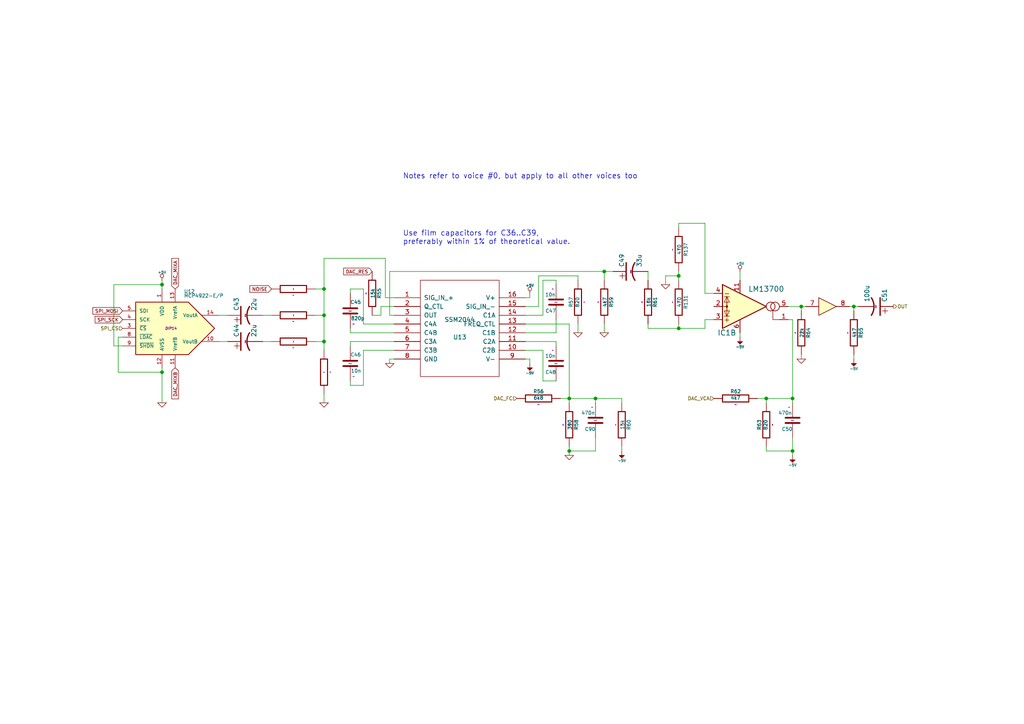
<source format=kicad_sch>
(kicad_sch (version 20230121) (generator eeschema)
  (paper "A4")
  (title_block (title "Voice for OverCycler 2") (date "20 jan 2022") (rev "12") (company "GliGli's DIY"))
  (lib_symbols
    (symbol "overcycler2-rescue:+5V" (power) (pin_names (offset 1.016))
      (property "Value" "+5V" (at 0 2.286 0))
      (symbol "+5V_0_0"
        (pin power_in line (at 0 0 90) (length 0) hide (name "+5V") (number "1"))
      )
      (symbol "+5V_0_1"
        (polyline (pts (xy 0 0) (xy 0 0.762) (xy 0 0.762) (xy 0 0.762)))
        (circle (center 0 1.27) (radius 0.508))
      )
    )
    (symbol "overcycler2-rescue:-5V" (power) (pin_names (offset 0))
      (property "Value" "-5V" (at 0 2.794 0))
      (symbol "-5V_0_0"
        (pin power_in line (at 0 0 90) (length 0) hide (name "-5V") (number "1"))
      )
      (symbol "-5V_0_1"
        (polyline (pts (xy 0 0) (xy 0 1.27) (xy 0 1.27)))
        (polyline (pts (xy 0 2.032) (xy 0.762 1.27) (xy -0.508 1.27) (xy -0.762 1.27) (xy 0 2.032) (xy 0 2.032) (xy 0 2.032)) (fill (type outline)))
      )
    )
    (symbol "overcycler2-rescue:C" (pin_numbers hide) (pin_names (offset 0.254))
      (property "Reference" "C" (at 0 2.54 0))
      (property "Value" "C" (at 0.1524 -2.159 0))
      (symbol "C_0_1"
        (polyline (pts (xy -2.032 -0.762) (xy 2.032 -0.762)) (stroke (width 0.508)))
        (polyline (pts (xy -2.032 0.762) (xy 2.032 0.762)) (stroke (width 0.508)))
      )
      (symbol "C_1_1"
        (pin passive line (at 0 5.08 270) (length 4.318) (name "~") (number "1"))
        (pin passive line (at 0 -5.08 90) (length 4.318) (name "~") (number "2"))
      )
    )
    (symbol "overcycler2-rescue:CP1" (pin_numbers hide) (pin_names (offset 0.254) hide)
      (property "Reference" "C" (at 1.27 2.54 0))
      (property "Value" "CP1" (at 1.27 -2.54 0))
      (symbol "CP1_0_0"
        (text "+" (at -1.27 2.54 0) (effects (font (size 2.032 2.032))))
      )
      (symbol "CP1_0_1"
        (polyline (pts (xy -2.54 1.27) (xy 2.54 1.27) (xy 1.27 1.27) (xy 1.27 1.27)) (stroke (width 0.381)))
        (arc (start 2.54 -1.27) (mid 0 -0.5009) (end -2.54 -1.27) (stroke (width 0.381)))
      )
      (symbol "CP1_1_1"
        (pin passive line (at 0 5.08 270) (length 3.81) (name "~") (number "1"))
        (pin passive line (at 0 -5.08 90) (length 4.572) (name "~") (number "2"))
      )
    )
    (symbol "overcycler2-rescue:GND" (power) (pin_names (offset 0))
      (symbol "GND_0_1"
        (polyline (pts (xy -1.27 0) (xy 0 -1.27) (xy 1.27 0) (xy -1.27 0)))
      )
      (symbol "GND_1_1"
        (pin power_in line (at 0 0 90) (length 0) hide (name "GND") (number "1"))
      )
    )
    (symbol "overcycler2-rescue:LM13700" (pin_names (offset 1.016) hide)
      (property "Reference" "IC" (at -3.81 -7.62 0))
      (property "Value" "LM13700" (at 7.62 5.08 0))
      (symbol "LM13700_0_0"
        (text "+" (at -3.81 -3.81 0) (effects (font (size 1.524 1.524))))
        (text "-" (at -3.81 3.81 0) (effects (font (size 1.524 1.524))))
      )
      (symbol "LM13700_0_1"
        (circle (center -3.81 0) (radius 0.254) (fill (type outline)))
        (polyline (pts (xy -3.81 3.048) (xy -3.81 -3.048)))
        (polyline (pts (xy 11.43 -3.81) (xy 9.525 -3.81) (xy 9.525 -1.27)))
        (polyline (pts (xy -5.08 6.35) (xy -5.08 -6.35) (xy 7.62 0) (xy -5.08 6.35)) (stroke (width 0.3048)) (fill (type background)))
        (polyline (pts (xy 22.86 2.54) (xy 22.86 -2.54) (xy 27.94 0) (xy 22.86 2.54)) (stroke (width 0.2032)) (fill (type background)))
        (polyline (pts (xy -5.08 0) (xy -3.81 0) (xy -3.81 1.27) (xy -4.572 1.27) (xy -3.81 2.794) (xy -4.572 2.794) (xy -3.048 2.794) (xy -3.81 2.794) (xy -3.048 1.27) (xy -3.81 1.27) (xy -3.81 -1.27) (xy -3.048 -1.27) (xy -3.81 -2.794) (xy -3.048 -2.794) (xy -4.572 -2.794) (xy -3.81 -2.794) (xy -4.572 -1.27) (xy -3.81 -1.27)) (fill (type background)))
        (circle (center 8.89 0) (radius 1.27) (stroke (width 0.2032)))
        (circle (center 10.16 0) (radius 1.27) (stroke (width 0.2032)))
      )
      (symbol "LM13700_1_1"
        (pin input line (at 19.05 0 0) (length 3.81) (name "buffer_in") (number "10"))
        (pin power_in line (at 0 7.62 270) (length 3.81) (name "V+") (number "11"))
        (pin output line (at 13.97 0 180) (length 2.54) (name "out") (number "12"))
        (pin input line (at -7.62 3.81 0) (length 2.54) (name "-") (number "13"))
        (pin input line (at -7.62 -3.81 0) (length 2.54) (name "+") (number "14"))
        (pin input line (at -7.62 0 0) (length 2.54) (name "bias") (number "15"))
        (pin input line (at 13.97 -3.81 180) (length 2.54) (name "Iabc") (number "16"))
        (pin power_in line (at 0 -7.62 90) (length 3.81) (name "V-") (number "6"))
        (pin output line (at 31.75 0 180) (length 3.81) (name "buffer_out") (number "9"))
      )
      (symbol "LM13700_2_1"
        (pin input line (at 13.97 -3.81 180) (length 2.54) (name "Iabc") (number "1"))
        (pin power_in line (at 0 7.62 270) (length 3.81) (name "V+") (number "11"))
        (pin input line (at -7.62 0 0) (length 2.54) (name "bias") (number "2"))
        (pin input line (at -7.62 -3.81 0) (length 2.54) (name "+") (number "3"))
        (pin input line (at -7.62 3.81 0) (length 2.54) (name "-") (number "4"))
        (pin output line (at 13.97 0 180) (length 2.54) (name "out") (number "5"))
        (pin power_in line (at 0 -7.62 90) (length 3.81) (name "V-") (number "6"))
        (pin input line (at 19.05 0 0) (length 3.81) (name "buffer_in") (number "7"))
        (pin output line (at 31.75 0 180) (length 3.81) (name "buffer_out") (number "8"))
      )
    )
    (symbol "overcycler2-rescue:MCP4922-E/P" (pin_names (offset 1.016))
      (property "Reference" "U" (at 3.81 10.16 0))
      (property "Value" "MCP4922-E/P" (at 3.81 8.89 0))
      (property "Footprint" "DIP14" (at 0 0 0))
      (symbol "MCP4922-E/P_0_1"
        (polyline (pts (xy -10.16 7.62) (xy 5.08 7.62) (xy 12.7 0) (xy 5.08 -7.62) (xy -10.16 -7.62) (xy -10.16 7.62)) (stroke (width 0.254)) (fill (type background)))
      )
      (symbol "MCP4922-E/P_1_1"
        (pin power_in line (at -2.54 11.43 270) (length 3.81) (name "VDD") (number "1"))
        (pin passive line (at 13.97 -3.81 180) (length 5.08) (name "VoutB") (number "10"))
        (pin passive line (at 1.27 -11.43 90) (length 3.81) (name "VrefB") (number "11"))
        (pin power_in line (at -2.54 -11.43 90) (length 3.81) (name "AVSS") (number "12"))
        (pin passive line (at 1.27 11.43 270) (length 3.81) (name "VrefA") (number "13"))
        (pin passive line (at 13.97 3.81 180) (length 5.08) (name "VoutA") (number "14"))
        (pin input line (at -13.97 0 0) (length 3.81) (name "~{CS}") (number "3"))
        (pin input line (at -13.97 2.54 0) (length 3.81) (name "SCK") (number "4"))
        (pin input line (at -13.97 5.08 0) (length 3.81) (name "SDI") (number "5"))
        (pin input line (at -13.97 -2.54 0) (length 3.81) (name "~{LDAC}") (number "8"))
        (pin input line (at -13.97 -5.08 0) (length 3.81) (name "~{SHDN}") (number "9"))
      )
    )
    (symbol "overcycler2-rescue:R" (pin_numbers hide) (pin_names (offset 0))
      (property "Reference" "R" (at 2.032 0 90))
      (property "Value" "R" (at 0.1778 0.0254 90))
      (symbol "R_0_1"
        (rectangle (start -1.016 3.81) (end 1.016 -3.81) (stroke (width 0.3048)))
      )
      (symbol "R_1_1"
        (pin passive line (at 0 6.35 270) (length 2.54) (name "~") (number "1"))
        (pin passive line (at 0 -6.35 90) (length 2.54) (name "~") (number "2"))
      )
    )
    (symbol "overcycler2-rescue:SSM2044" (pin_names (offset 1.016))
      (property "Reference" "U" (at 0 -2.54 0))
      (property "Value" "SSM2044" (at 0 2.54 0))
      (symbol "SSM2044_1_0"
        (rectangle (start -11.43 -13.97) (end 11.43 13.97))
      )
      (symbol "SSM2044_1_1"
        (pin input line (at -19.05 8.89 0) (length 7.62) (name "SIG_IN_+") (number "1"))
        (pin input line (at 19.05 -6.35 180) (length 7.62) (name "C2B") (number "10"))
        (pin input line (at 19.05 -3.81 180) (length 7.62) (name "C2A") (number "11"))
        (pin input line (at 19.05 -1.27 180) (length 7.62) (name "C1B") (number "12"))
        (pin input line (at 19.05 1.27 180) (length 7.62) (name "FREQ_CTL") (number "13"))
        (pin input line (at 19.05 3.81 180) (length 7.62) (name "C1A") (number "14"))
        (pin input line (at 19.05 6.35 180) (length 7.62) (name "SIG_IN_-") (number "15"))
        (pin input line (at 19.05 8.89 180) (length 7.62) (name "V+") (number "16"))
        (pin input line (at -19.05 6.35 0) (length 7.62) (name "Q_CTL") (number "2"))
        (pin input line (at -19.05 3.81 0) (length 7.62) (name "OUT") (number "3"))
        (pin input line (at -19.05 1.27 0) (length 7.62) (name "C4A") (number "4"))
        (pin input line (at -19.05 -1.27 0) (length 7.62) (name "C4B") (number "5"))
        (pin input line (at -19.05 -3.81 0) (length 7.62) (name "C3A") (number "6"))
        (pin input line (at -19.05 -6.35 0) (length 7.62) (name "C3B") (number "7"))
        (pin input line (at -19.05 -8.89 0) (length 7.62) (name "GND") (number "8"))
        (pin input line (at 19.05 -8.89 180) (length 7.62) (name "V-") (number "9"))
      )
    )
  )
  (junction (at 196.85 80.01))
  (junction (at 175.26 78.74))
  (junction (at 222.25 115.57))
  (junction (at 46.99 82.55))
  (junction (at 165.1 115.57))
  (junction (at 229.87 130.81))
  (junction (at 172.72 115.57))
  (junction (at 93.98 83.82))
  (junction (at 247.65 88.9))
  (junction (at 93.98 91.44))
  (junction (at 93.98 99.06))
  (junction (at 46.99 107.95))
  (junction (at 232.41 88.9))
  (junction (at 229.87 115.57))
  (junction (at 196.85 95.25))
  (junction (at 165.1 130.81))
  (wire (pts (xy 111.76 86.36) (xy 111.76 74.93)))
  (wire (pts (xy 165.1 93.98) (xy 165.1 115.57)))
  (wire (pts (xy 76.2 91.44) (xy 78.74 91.44)))
  (wire (pts (xy 175.26 78.74) (xy 175.26 81.28)))
  (wire (pts (xy 162.56 115.57) (xy 165.1 115.57)))
  (wire (pts (xy 76.2 99.06) (xy 78.74 99.06)))
  (wire (pts (xy 196.85 64.77) (xy 204.47 64.77)))
  (wire (pts (xy 175.26 93.98) (xy 175.26 96.52)))
  (wire (pts (xy 107.95 91.44) (xy 110.49 91.44)))
  (wire (pts (xy 229.87 127) (xy 229.87 130.81)))
  (wire (pts (xy 204.47 64.77) (xy 204.47 85.09)))
  (wire (pts (xy 152.4 93.98) (xy 165.1 93.98)))
  (wire (pts (xy 157.48 81.28) (xy 161.29 81.28)))
  (wire (pts (xy 63.5 91.44) (xy 66.04 91.44)))
  (wire (pts (xy 228.6 88.9) (xy 232.41 88.9)))
  (wire (pts (xy 113.03 104.14) (xy 114.3 104.14)))
  (wire (pts (xy 101.6 83.82) (xy 105.41 83.82)))
  (wire (pts (xy 222.25 130.81) (xy 222.25 129.54)))
  (wire (pts (xy 152.4 88.9) (xy 156.21 88.9)))
  (wire (pts (xy 46.99 82.55) (xy 46.99 83.82)))
  (wire (pts (xy 247.65 104.14) (xy 247.65 102.87)))
  (wire (pts (xy 175.26 78.74) (xy 177.8 78.74)))
  (wire (pts (xy 232.41 90.17) (xy 232.41 88.9)))
  (wire (pts (xy 46.99 107.95) (xy 46.99 116.84)))
  (wire (pts (xy 110.49 91.44) (xy 110.49 88.9)))
  (wire (pts (xy 229.87 130.81) (xy 229.87 132.08)))
  (wire (pts (xy 93.98 83.82) (xy 91.44 83.82)))
  (wire (pts (xy 101.6 110.49) (xy 101.6 111.76)))
  (wire (pts (xy 172.72 115.57) (xy 172.72 116.84)))
  (wire (pts (xy 196.85 78.74) (xy 196.85 80.01)))
  (wire (pts (xy 105.41 111.76) (xy 105.41 101.6)))
  (wire (pts (xy 229.87 130.81) (xy 222.25 130.81)))
  (wire (pts (xy 156.21 80.01) (xy 167.64 80.01)))
  (wire (pts (xy 152.4 86.36) (xy 153.67 86.36)))
  (wire (pts (xy 101.6 96.52) (xy 114.3 96.52)))
  (wire (pts (xy 113.03 78.74) (xy 175.26 78.74)))
  (wire (pts (xy 101.6 83.82) (xy 101.6 85.09)))
  (wire (pts (xy 187.96 81.28) (xy 187.96 78.74)))
  (wire (pts (xy 34.29 107.95) (xy 46.99 107.95)))
  (wire (pts (xy 35.56 100.33) (xy 33.02 100.33)))
  (wire (pts (xy 35.56 97.79) (xy 34.29 97.79)))
  (wire (pts (xy 247.65 88.9) (xy 248.92 88.9)))
  (wire (pts (xy 167.64 93.98) (xy 167.64 96.52)))
  (wire (pts (xy 167.64 80.01) (xy 167.64 81.28)))
  (wire (pts (xy 214.63 96.52) (xy 214.63 97.79)))
  (wire (pts (xy 153.67 104.14) (xy 153.67 105.41)))
  (wire (pts (xy 222.25 116.84) (xy 222.25 115.57)))
  (wire (pts (xy 232.41 102.87) (xy 232.41 104.14)))
  (wire (pts (xy 161.29 96.52) (xy 161.29 92.71)))
  (wire (pts (xy 91.44 91.44) (xy 93.98 91.44)))
  (wire (pts (xy 93.98 99.06) (xy 91.44 99.06)))
  (wire (pts (xy 193.04 80.01) (xy 193.04 82.55)))
  (wire (pts (xy 101.6 99.06) (xy 114.3 99.06)))
  (wire (pts (xy 93.98 91.44) (xy 93.98 99.06)))
  (wire (pts (xy 172.72 130.81) (xy 172.72 127)))
  (wire (pts (xy 105.41 83.82) (xy 105.41 93.98)))
  (wire (pts (xy 196.85 93.98) (xy 196.85 95.25)))
  (wire (pts (xy 93.98 74.93) (xy 93.98 83.82)))
  (wire (pts (xy 114.3 91.44) (xy 113.03 91.44)))
  (wire (pts (xy 152.4 99.06) (xy 161.29 99.06)))
  (wire (pts (xy 187.96 93.98) (xy 187.96 95.25)))
  (wire (pts (xy 165.1 129.54) (xy 165.1 130.81)))
  (wire (pts (xy 156.21 88.9) (xy 156.21 80.01)))
  (wire (pts (xy 229.87 92.71) (xy 228.6 92.71)))
  (wire (pts (xy 157.48 110.49) (xy 161.29 110.49)))
  (wire (pts (xy 46.99 106.68) (xy 46.99 107.95)))
  (wire (pts (xy 187.96 95.25) (xy 196.85 95.25)))
  (wire (pts (xy 204.47 85.09) (xy 207.01 85.09)))
  (wire (pts (xy 46.99 81.28) (xy 46.99 82.55)))
  (wire (pts (xy 232.41 88.9) (xy 233.68 88.9)))
  (wire (pts (xy 219.71 115.57) (xy 222.25 115.57)))
  (wire (pts (xy 101.6 95.25) (xy 101.6 96.52)))
  (wire (pts (xy 214.63 78.74) (xy 214.63 81.28)))
  (wire (pts (xy 161.29 99.06) (xy 161.29 100.33)))
  (wire (pts (xy 105.41 101.6) (xy 114.3 101.6)))
  (wire (pts (xy 229.87 115.57) (xy 229.87 116.84)))
  (wire (pts (xy 153.67 86.36) (xy 153.67 85.09)))
  (wire (pts (xy 204.47 92.71) (xy 207.01 92.71)))
  (wire (pts (xy 165.1 115.57) (xy 165.1 116.84)))
  (wire (pts (xy 157.48 101.6) (xy 152.4 101.6)))
  (wire (pts (xy 152.4 96.52) (xy 161.29 96.52)))
  (wire (pts (xy 34.29 97.79) (xy 34.29 107.95)))
  (wire (pts (xy 111.76 74.93) (xy 93.98 74.93)))
  (wire (pts (xy 157.48 91.44) (xy 152.4 91.44)))
  (wire (pts (xy 196.85 95.25) (xy 204.47 95.25)))
  (wire (pts (xy 110.49 88.9) (xy 114.3 88.9)))
  (wire (pts (xy 165.1 115.57) (xy 172.72 115.57)))
  (wire (pts (xy 93.98 114.3) (xy 93.98 116.84)))
  (wire (pts (xy 152.4 104.14) (xy 153.67 104.14)))
  (wire (pts (xy 229.87 92.71) (xy 229.87 115.57)))
  (wire (pts (xy 101.6 100.33) (xy 101.6 99.06)))
  (wire (pts (xy 222.25 115.57) (xy 229.87 115.57)))
  (wire (pts (xy 93.98 83.82) (xy 93.98 91.44)))
  (wire (pts (xy 246.38 88.9) (xy 247.65 88.9)))
  (wire (pts (xy 196.85 66.04) (xy 196.85 64.77)))
  (wire (pts (xy 33.02 100.33) (xy 33.02 82.55)))
  (wire (pts (xy 247.65 88.9) (xy 247.65 90.17)))
  (wire (pts (xy 114.3 86.36) (xy 111.76 86.36)))
  (wire (pts (xy 161.29 81.28) (xy 161.29 82.55)))
  (wire (pts (xy 172.72 115.57) (xy 180.34 115.57)))
  (wire (pts (xy 63.5 99.06) (xy 66.04 99.06)))
  (wire (pts (xy 101.6 111.76) (xy 105.41 111.76)))
  (wire (pts (xy 113.03 105.41) (xy 113.03 104.14)))
  (wire (pts (xy 93.98 99.06) (xy 93.98 101.6)))
  (wire (pts (xy 180.34 129.54) (xy 180.34 130.81)))
  (wire (pts (xy 204.47 95.25) (xy 204.47 92.71)))
  (wire (pts (xy 157.48 101.6) (xy 157.48 110.49)))
  (wire (pts (xy 33.02 82.55) (xy 46.99 82.55)))
  (wire (pts (xy 165.1 130.81) (xy 165.1 132.08)))
  (wire (pts (xy 157.48 81.28) (xy 157.48 91.44)))
  (wire (pts (xy 165.1 130.81) (xy 172.72 130.81)))
  (wire (pts (xy 193.04 80.01) (xy 196.85 80.01)))
  (wire (pts (xy 196.85 80.01) (xy 196.85 81.28)))
  (wire (pts (xy 113.03 91.44) (xy 113.03 78.74)))
  (wire (pts (xy 105.41 93.98) (xy 114.3 93.98)))
  (wire (pts (xy 180.34 115.57) (xy 180.34 116.84)))
  (text "Use film capacitors for C36..C39,\npreferably within 1% of theoretical value." (at 116.84 71.12 0) (effects (font (size 1.524 1.524)) (justify left bottom)))
  (text "Notes refer to voice #0, but apply to all other voices too" (at 116.84 52.07 0) (effects (font (size 1.524 1.524)) (justify left bottom)))
  (global_label "SPI_MOSI" (shape input) (at 35.56 90.17 180) (effects (font (size 0.9906 0.9906))) (property "Intersheetrefs" "${INTERSHEET_REFS}" (effects hide)))
  (global_label "NOISE" (shape input) (at 78.74 83.82 180) (effects (font (size 0.9906 0.9906))) (property "Intersheetrefs" "${INTERSHEET_REFS}" (effects hide)))
  (global_label "SPI_SCK" (shape input) (at 35.56 92.71 180) (effects (font (size 0.9906 0.9906))) (property "Intersheetrefs" "${INTERSHEET_REFS}" (effects hide)))
  (global_label "DAC_RES" (shape input) (at 107.95 78.74 180) (effects (font (size 0.9906 0.9906))) (property "Intersheetrefs" "${INTERSHEET_REFS}" (effects hide)))
  (global_label "DAC_MIXA" (shape input) (at 50.8 83.82 90) (effects (font (size 0.9906 0.9906))) (property "Intersheetrefs" "${INTERSHEET_REFS}" (effects hide)))
  (global_label "DAC_MIXB" (shape input) (at 50.8 106.68 270) (effects (font (size 0.9906 0.9906))) (property "Intersheetrefs" "${INTERSHEET_REFS}" (effects hide)))
  (hierarchical_label "OUT" (shape output) (at 259.08 88.9 0) (effects (font (size 0.9906 0.9906))))
  (hierarchical_label "DAC_FC" (shape input) (at 149.86 115.57 180) (effects (font (size 0.9906 0.9906))))
  (hierarchical_label "DAC_VCA" (shape input) (at 207.01 115.57 180) (effects (font (size 0.9906 0.9906))))
  (hierarchical_label "SPI_CS" (shape input) (at 35.56 95.25 180) (effects (font (size 0.9906 0.9906))))
  (symbol (lib_id "overcycler2-rescue:SSM2044") (at 133.35 95.25 0) (unit 1)
    (property "Reference" "U13" (at 133.35 97.79 0))
    (property "Value" "SSM2044" (at 133.35 92.71 0))
    (property "Footprint" "MODULE" (effects hide))
    (property "Datasheet" "DOCUMENTATION" (effects hide))
    (instances (project "overcycler2" (path "" (reference "U13") (unit 1)) (path "" (reference "U17") (unit 1)) (path "" (reference "U21") (unit 1)) (path "" (reference "U15") (unit 1)) (path "" (reference "U11") (unit 1)) (path "" (reference "U19") (unit 1))))
  )
  (symbol (lib_id "overcycler2-rescue:GND") (at 113.03 105.41 0) (unit 1)
    (property "Reference" "#PWR082" (effects hide))
    (property "Value" "GND" (effects hide))
    (instances (project "overcycler2" (path "" (reference "#PWR082") (unit 1)) (path "" (reference "#PWR0114") (unit 1)) (path "" (reference "#PWR0146") (unit 1)) (path "" (reference "#PWR098") (unit 1)) (path "" (reference "#PWR066") (unit 1)) (path "" (reference "#PWR0130") (unit 1))))
  )
  (symbol (lib_id "overcycler2-rescue:+5V") (at 153.67 85.09 0) (unit 1)
    (property "Reference" "#PWR083" (effects hide))
    (property "Value" "+5V" (at 153.67 82.804 0) (effects (font (size 0.762 0.762))))
    (instances (project "overcycler2" (path "" (reference "#PWR083") (unit 1)) (path "" (reference "#PWR0115") (unit 1)) (path "" (reference "#PWR0147") (unit 1)) (path "" (reference "#PWR099") (unit 1)) (path "" (reference "#PWR067") (unit 1)) (path "" (reference "#PWR0131") (unit 1))))
  )
  (symbol (lib_id "overcycler2-rescue:-5V") (at 153.67 105.41 180) (unit 1)
    (property "Reference" "#PWR084" (effects hide))
    (property "Value" "-5V" (at 153.67 108.204 0) (effects (font (size 0.762 0.762))))
    (instances (project "overcycler2" (path "" (reference "#PWR084") (unit 1)) (path "" (reference "#PWR0116") (unit 1)) (path "" (reference "#PWR0148") (unit 1)) (path "" (reference "#PWR0100") (unit 1)) (path "" (reference "#PWR068") (unit 1)) (path "" (reference "#PWR0132") (unit 1))))
  )
  (symbol (lib_id "overcycler2-rescue:C") (at 161.29 105.41 180) (unit 1)
    (property "Reference" "C48" (at 161.29 107.95 0) (effects (font (size 1.016 1.016)) (justify left)))
    (property "Value" "10n" (at 161.1376 103.251 0) (effects (font (size 1.016 1.016)) (justify left)))
    (property "Footprint" "~" (at 160.3248 101.6 0) (effects (font (size 0.762 0.762))))
    (property "Datasheet" "~" (at 161.29 105.41 0) (effects (font (size 1.524 1.524))))
    (instances (project "overcycler2" (path "" (reference "C48") (unit 1)) (path "" (reference "C66") (unit 1)) (path "" (reference "C84") (unit 1)) (path "" (reference "C57") (unit 1)) (path "" (reference "C39") (unit 1)) (path "" (reference "C75") (unit 1))))
  )
  (symbol (lib_id "overcycler2-rescue:C") (at 161.29 87.63 180) (unit 1)
    (property "Reference" "C47" (at 161.29 90.17 0) (effects (font (size 1.016 1.016)) (justify left)))
    (property "Value" "10n" (at 161.1376 85.471 0) (effects (font (size 1.016 1.016)) (justify left)))
    (property "Footprint" "~" (at 160.3248 83.82 0) (effects (font (size 0.762 0.762))))
    (property "Datasheet" "~" (at 161.29 87.63 0) (effects (font (size 1.524 1.524))))
    (instances (project "overcycler2" (path "" (reference "C47") (unit 1)) (path "" (reference "C65") (unit 1)) (path "" (reference "C83") (unit 1)) (path "" (reference "C56") (unit 1)) (path "" (reference "C38") (unit 1)) (path "" (reference "C74") (unit 1))))
  )
  (symbol (lib_id "overcycler2-rescue:C") (at 101.6 105.41 0) (unit 1)
    (property "Reference" "C46" (at 101.6 102.87 0) (effects (font (size 1.016 1.016)) (justify left)))
    (property "Value" "10n" (at 101.7524 107.569 0) (effects (font (size 1.016 1.016)) (justify left)))
    (property "Footprint" "~" (at 102.5652 109.22 0) (effects (font (size 0.762 0.762))))
    (property "Datasheet" "~" (at 101.6 105.41 0) (effects (font (size 1.524 1.524))))
    (instances (project "overcycler2" (path "" (reference "C46") (unit 1)) (path "" (reference "C64") (unit 1)) (path "" (reference "C82") (unit 1)) (path "" (reference "C55") (unit 1)) (path "" (reference "C37") (unit 1)) (path "" (reference "C73") (unit 1))))
  )
  (symbol (lib_id "overcycler2-rescue:C") (at 101.6 90.17 0) (unit 1)
    (property "Reference" "C45" (at 101.6 87.63 0) (effects (font (size 1.016 1.016)) (justify left)))
    (property "Value" "820p" (at 101.7524 92.329 0) (effects (font (size 1.016 1.016)) (justify left)))
    (property "Footprint" "~" (at 102.5652 93.98 0) (effects (font (size 0.762 0.762))))
    (property "Datasheet" "~" (at 101.6 90.17 0) (effects (font (size 1.524 1.524))))
    (instances (project "overcycler2" (path "" (reference "C45") (unit 1)) (path "" (reference "C63") (unit 1)) (path "" (reference "C81") (unit 1)) (path "" (reference "C54") (unit 1)) (path "" (reference "C36") (unit 1)) (path "" (reference "C72") (unit 1))))
  )
  (symbol (lib_id "overcycler2-rescue:R") (at 167.64 87.63 180) (unit 1)
    (property "Reference" "R57" (at 165.608 87.63 90) (effects (font (size 1.016 1.016))))
    (property "Value" "820" (at 167.4622 87.6554 90) (effects (font (size 1.016 1.016))))
    (property "Footprint" "~" (at 169.418 87.63 90) (effects (font (size 0.762 0.762))))
    (property "Datasheet" "~" (at 167.64 87.63 0) (effects (font (size 0.762 0.762))))
    (instances (project "overcycler2" (path "" (reference "R57") (unit 1)) (path "" (reference "R87") (unit 1)) (path "" (reference "R117") (unit 1)) (path "" (reference "R72") (unit 1)) (path "" (reference "R42") (unit 1)) (path "" (reference "R102") (unit 1))))
  )
  (symbol (lib_id "overcycler2-rescue:GND") (at 167.64 96.52 0) (unit 1)
    (property "Reference" "#PWR085" (effects hide))
    (property "Value" "GND" (effects hide))
    (instances (project "overcycler2" (path "" (reference "#PWR085") (unit 1)) (path "" (reference "#PWR0117") (unit 1)) (path "" (reference "#PWR0149") (unit 1)) (path "" (reference "#PWR0101") (unit 1)) (path "" (reference "#PWR069") (unit 1)) (path "" (reference "#PWR0133") (unit 1))))
  )
  (symbol (lib_id "overcycler2-rescue:R") (at 165.1 123.19 0) (unit 1)
    (property "Reference" "R58" (at 167.132 123.19 90) (effects (font (size 1.016 1.016))))
    (property "Value" "390" (at 165.2778 123.1646 90) (effects (font (size 1.016 1.016))))
    (property "Footprint" "~" (at 163.322 123.19 90) (effects (font (size 0.762 0.762))))
    (property "Datasheet" "~" (at 165.1 123.19 0) (effects (font (size 0.762 0.762))))
    (instances (project "overcycler2" (path "" (reference "R58") (unit 1)) (path "" (reference "R88") (unit 1)) (path "" (reference "R118") (unit 1)) (path "" (reference "R73") (unit 1)) (path "" (reference "R43") (unit 1)) (path "" (reference "R103") (unit 1))))
  )
  (symbol (lib_id "overcycler2-rescue:R") (at 107.95 85.09 0) (unit 1)
    (property "Reference" "R55" (at 109.982 85.09 90) (effects (font (size 1.016 1.016))))
    (property "Value" "15k" (at 108.1278 85.0646 90) (effects (font (size 1.016 1.016))))
    (property "Footprint" "~" (at 106.172 85.09 90) (effects (font (size 0.762 0.762))))
    (property "Datasheet" "~" (at 107.95 85.09 0) (effects (font (size 0.762 0.762))))
    (instances (project "overcycler2" (path "" (reference "R55") (unit 1)) (path "" (reference "R85") (unit 1)) (path "" (reference "R115") (unit 1)) (path "" (reference "R70") (unit 1)) (path "" (reference "R40") (unit 1)) (path "" (reference "R100") (unit 1))))
  )
  (symbol (lib_id "overcycler2-rescue:R") (at 156.21 115.57 90) (unit 1)
    (property "Reference" "R56" (at 156.21 113.538 90) (effects (font (size 1.016 1.016))))
    (property "Value" "6k8" (at 156.1846 115.3922 90) (effects (font (size 1.016 1.016))))
    (property "Footprint" "~" (at 156.21 117.348 90) (effects (font (size 0.762 0.762))))
    (property "Datasheet" "~" (at 156.21 115.57 0) (effects (font (size 0.762 0.762))))
    (instances (project "overcycler2" (path "" (reference "R56") (unit 1)) (path "" (reference "R86") (unit 1)) (path "" (reference "R116") (unit 1)) (path "" (reference "R71") (unit 1)) (path "" (reference "R41") (unit 1)) (path "" (reference "R101") (unit 1))))
  )
  (symbol (lib_id "overcycler2-rescue:R") (at 180.34 123.19 0) (unit 1)
    (property "Reference" "R60" (at 182.372 123.19 90) (effects (font (size 1.016 1.016))))
    (property "Value" "15k" (at 180.5178 123.1646 90) (effects (font (size 1.016 1.016))))
    (property "Footprint" "~" (at 178.562 123.19 90) (effects (font (size 0.762 0.762))))
    (property "Datasheet" "~" (at 180.34 123.19 0) (effects (font (size 0.762 0.762))))
    (instances (project "overcycler2" (path "" (reference "R60") (unit 1)) (path "" (reference "R90") (unit 1)) (path "" (reference "R120") (unit 1)) (path "" (reference "R75") (unit 1)) (path "" (reference "R45") (unit 1)) (path "" (reference "R105") (unit 1))))
  )
  (symbol (lib_id "overcycler2-rescue:-5V") (at 229.87 132.08 180) (unit 1)
    (property "Reference" "#PWR086" (effects hide))
    (property "Value" "-5V" (at 229.87 134.874 0) (effects (font (size 0.762 0.762))))
    (instances (project "overcycler2" (path "" (reference "#PWR086") (unit 1)) (path "" (reference "#PWR0118") (unit 1)) (path "" (reference "#PWR0150") (unit 1)) (path "" (reference "#PWR0102") (unit 1)) (path "" (reference "#PWR070") (unit 1)) (path "" (reference "#PWR0134") (unit 1))))
  )
  (symbol (lib_id "overcycler2-rescue:CP1") (at 182.88 78.74 90) (unit 1)
    (property "Reference" "C49" (at 180.34 77.47 0) (effects (justify left)))
    (property "Value" "33u" (at 185.42 77.47 0) (effects (justify left)))
    (property "Footprint" "~" (at 182.88 78.74 0) (effects (font (size 1.524 1.524))))
    (property "Datasheet" "~" (at 182.88 78.74 0) (effects (font (size 1.524 1.524))))
    (instances (project "overcycler2" (path "" (reference "C49") (unit 1)) (path "" (reference "C67") (unit 1)) (path "" (reference "C85") (unit 1)) (path "" (reference "C58") (unit 1)) (path "" (reference "C40") (unit 1)) (path "" (reference "C76") (unit 1))))
  )
  (symbol (lib_id "overcycler2-rescue:R") (at 175.26 87.63 0) (unit 1)
    (property "Reference" "R59" (at 177.292 87.63 90) (effects (font (size 1.016 1.016))))
    (property "Value" "4k7" (at 175.4378 87.6046 90) (effects (font (size 1.016 1.016))))
    (property "Footprint" "~" (at 173.482 87.63 90) (effects (font (size 0.762 0.762))))
    (property "Datasheet" "~" (at 175.26 87.63 0) (effects (font (size 0.762 0.762))))
    (instances (project "overcycler2" (path "" (reference "R59") (unit 1)) (path "" (reference "R89") (unit 1)) (path "" (reference "R119") (unit 1)) (path "" (reference "R74") (unit 1)) (path "" (reference "R44") (unit 1)) (path "" (reference "R104") (unit 1))))
  )
  (symbol (lib_id "overcycler2-rescue:MCP4922-E/P") (at 49.53 95.25 0) (unit 1)
    (property "Reference" "U12" (at 53.34 85.09 0) (effects (font (size 1.016 1.016)) (justify left bottom)))
    (property "Value" "MCP4922-E/P" (at 53.34 86.36 0) (effects (font (size 1.016 1.016)) (justify left bottom)))
    (property "Footprint" "DIP14" (at 49.53 95.25 0) (effects (font (size 0.762 0.762) italic)))
    (instances (project "overcycler2" (path "" (reference "U12") (unit 1)) (path "" (reference "U16") (unit 1)) (path "" (reference "U20") (unit 1)) (path "" (reference "U14") (unit 1)) (path "" (reference "U10") (unit 1)) (path "" (reference "U18") (unit 1))))
  )
  (symbol (lib_id "overcycler2-rescue:R") (at 85.09 91.44 90) (unit 1)
    (property "Reference" "R52" (at 85.09 88.9 90) (effects (font (size 1.524 1.524))))
    (property "Value" "15k" (at 85.09 91.44 90) (effects (font (size 1.524 1.524))))
    (property "Reference" "R" (effects hide))
    (property "Value" "15k" (effects hide))
    (property "Footprint" "~" (at 85.09 93.218 90) (effects (font (size 0.762 0.762))))
    (property "Datasheet" "~" (at 85.09 91.44 0) (effects (font (size 0.762 0.762))))
    (instances (project "overcycler2" (path "" (reference "R52") (unit 1)) (path "" (reference "R82") (unit 1)) (path "" (reference "R112") (unit 1)) (path "" (reference "R67") (unit 1)) (path "" (reference "R37") (unit 1)) (path "" (reference "R97") (unit 1))))
  )
  (symbol (lib_id "overcycler2-rescue:CP1") (at 71.12 91.44 90) (unit 1)
    (property "Reference" "C43" (at 68.58 90.17 0) (effects (justify left)))
    (property "Value" "22u" (at 73.66 90.17 0) (effects (justify left)))
    (property "Footprint" "~" (at 71.12 91.44 0) (effects (font (size 1.524 1.524))))
    (property "Datasheet" "~" (at 71.12 91.44 0) (effects (font (size 1.524 1.524))))
    (instances (project "overcycler2" (path "" (reference "C43") (unit 1)) (path "" (reference "C61") (unit 1)) (path "" (reference "C79") (unit 1)) (path "" (reference "C52") (unit 1)) (path "" (reference "C34") (unit 1)) (path "" (reference "C70") (unit 1))))
  )
  (symbol (lib_id "overcycler2-rescue:+5V") (at 46.99 81.28 0) (unit 1)
    (property "Reference" "#PWR087" (effects hide))
    (property "Value" "+5V" (at 46.99 78.994 0) (effects (font (size 0.762 0.762))))
    (instances (project "overcycler2" (path "" (reference "#PWR087") (unit 1)) (path "" (reference "#PWR0119") (unit 1)) (path "" (reference "#PWR0151") (unit 1)) (path "" (reference "#PWR0103") (unit 1)) (path "" (reference "#PWR071") (unit 1)) (path "" (reference "#PWR0135") (unit 1))))
  )
  (symbol (lib_id "overcycler2-rescue:GND") (at 46.99 116.84 0) (unit 1)
    (property "Reference" "#PWR088" (effects hide))
    (property "Value" "GND" (effects hide))
    (instances (project "overcycler2" (path "" (reference "#PWR088") (unit 1)) (path "" (reference "#PWR0120") (unit 1)) (path "" (reference "#PWR0152") (unit 1)) (path "" (reference "#PWR0104") (unit 1)) (path "" (reference "#PWR072") (unit 1)) (path "" (reference "#PWR0136") (unit 1))))
  )
  (symbol (lib_id "overcycler2-rescue:CP1") (at 71.12 99.06 90) (unit 1)
    (property "Reference" "C44" (at 68.58 97.79 0) (effects (justify left)))
    (property "Value" "22u" (at 73.66 97.79 0) (effects (justify left)))
    (property "Footprint" "~" (at 71.12 99.06 0) (effects (font (size 1.524 1.524))))
    (property "Datasheet" "~" (at 71.12 99.06 0) (effects (font (size 1.524 1.524))))
    (instances (project "overcycler2" (path "" (reference "C44") (unit 1)) (path "" (reference "C62") (unit 1)) (path "" (reference "C80") (unit 1)) (path "" (reference "C53") (unit 1)) (path "" (reference "C35") (unit 1)) (path "" (reference "C71") (unit 1))))
  )
  (symbol (lib_id "overcycler2-rescue:R") (at 85.09 99.06 90) (unit 1)
    (property "Reference" "R53" (at 85.09 96.52 90) (effects (font (size 1.524 1.524))))
    (property "Value" "15k" (at 85.09 99.06 90) (effects (font (size 1.524 1.524))))
    (property "Reference" "R" (effects hide))
    (property "Value" "15k" (effects hide))
    (property "Footprint" "~" (at 85.09 100.838 90) (effects (font (size 0.762 0.762))))
    (property "Datasheet" "~" (at 85.09 99.06 0) (effects (font (size 0.762 0.762))))
    (instances (project "overcycler2" (path "" (reference "R53") (unit 1)) (path "" (reference "R83") (unit 1)) (path "" (reference "R113") (unit 1)) (path "" (reference "R68") (unit 1)) (path "" (reference "R38") (unit 1)) (path "" (reference "R98") (unit 1))))
  )
  (symbol (lib_id "overcycler2-rescue:R") (at 85.09 83.82 90) (unit 1)
    (property "Reference" "R51" (at 85.09 81.28 90) (effects (font (size 1.524 1.524))))
    (property "Value" "22k" (at 85.09 83.82 90) (effects (font (size 1.524 1.524))))
    (property "Reference" "R" (effects hide))
    (property "Value" "15k" (effects hide))
    (property "Footprint" "~" (at 85.09 85.598 90) (effects (font (size 0.762 0.762))))
    (property "Datasheet" "~" (at 85.09 83.82 0) (effects (font (size 0.762 0.762))))
    (instances (project "overcycler2" (path "" (reference "R51") (unit 1)) (path "" (reference "R81") (unit 1)) (path "" (reference "R111") (unit 1)) (path "" (reference "R66") (unit 1)) (path "" (reference "R36") (unit 1)) (path "" (reference "R96") (unit 1))))
  )
  (symbol (lib_id "overcycler2-rescue:R") (at 93.98 107.95 180) (unit 1)
    (property "Reference" "R54" (at 91.44 107.95 90) (effects (font (size 1.524 1.524))))
    (property "Value" "820" (at 93.98 107.95 90) (effects (font (size 1.524 1.524))))
    (property "Reference" "R" (effects hide))
    (property "Value" "15k" (effects hide))
    (property "Footprint" "~" (at 95.758 107.95 90) (effects (font (size 0.762 0.762))))
    (property "Datasheet" "~" (at 93.98 107.95 0) (effects (font (size 0.762 0.762))))
    (instances (project "overcycler2" (path "" (reference "R54") (unit 1)) (path "" (reference "R84") (unit 1)) (path "" (reference "R114") (unit 1)) (path "" (reference "R69") (unit 1)) (path "" (reference "R39") (unit 1)) (path "" (reference "R99") (unit 1))))
  )
  (symbol (lib_id "overcycler2-rescue:LM13700") (at 214.63 88.9 0) (unit 2)
    (property "Reference" "IC1" (at 210.82 96.52 0) (effects (font (size 1.524 1.524))))
    (property "Value" "LM13700" (at 222.25 83.82 0) (effects (font (size 1.524 1.524))))
    (instances (project "overcycler2" (path "" (reference "IC1") (unit 2)) (path "" (reference "IC2") (unit 2)) (path "" (reference "IC3") (unit 2)) (path "" (reference "IC2") (unit 1)) (path "" (reference "IC1") (unit 1)) (path "" (reference "IC3") (unit 1))))
  )
  (symbol (lib_id "overcycler2-rescue:R") (at 213.36 115.57 90) (unit 1)
    (property "Reference" "R62" (at 213.36 113.538 90) (effects (font (size 1.016 1.016))))
    (property "Value" "4k7" (at 213.3346 115.3922 90) (effects (font (size 1.016 1.016))))
    (property "Footprint" "~" (at 213.36 117.348 90) (effects (font (size 0.762 0.762))))
    (property "Datasheet" "~" (at 213.36 115.57 0) (effects (font (size 0.762 0.762))))
    (instances (project "overcycler2" (path "" (reference "R62") (unit 1)) (path "" (reference "R92") (unit 1)) (path "" (reference "R122") (unit 1)) (path "" (reference "R77") (unit 1)) (path "" (reference "R47") (unit 1)) (path "" (reference "R107") (unit 1))))
  )
  (symbol (lib_id "overcycler2-rescue:R") (at 222.25 123.19 180) (unit 1)
    (property "Reference" "R63" (at 220.218 123.19 90) (effects (font (size 1.016 1.016))))
    (property "Value" "820" (at 222.0722 123.2154 90) (effects (font (size 1.016 1.016))))
    (property "Footprint" "~" (at 224.028 123.19 90) (effects (font (size 0.762 0.762))))
    (property "Datasheet" "~" (at 222.25 123.19 0) (effects (font (size 0.762 0.762))))
    (instances (project "overcycler2" (path "" (reference "R63") (unit 1)) (path "" (reference "R93") (unit 1)) (path "" (reference "R123") (unit 1)) (path "" (reference "R78") (unit 1)) (path "" (reference "R48") (unit 1)) (path "" (reference "R108") (unit 1))))
  )
  (symbol (lib_id "overcycler2-rescue:C") (at 229.87 121.92 180) (unit 1)
    (property "Reference" "C50" (at 229.87 124.46 0) (effects (font (size 1.016 1.016)) (justify left)))
    (property "Value" "470n" (at 229.7176 119.761 0) (effects (font (size 1.016 1.016)) (justify left)))
    (property "Footprint" "~" (at 228.9048 118.11 0) (effects (font (size 0.762 0.762))))
    (property "Datasheet" "~" (at 229.87 121.92 0) (effects (font (size 1.524 1.524))))
    (instances (project "overcycler2" (path "" (reference "C50") (unit 1)) (path "" (reference "C68") (unit 1)) (path "" (reference "C86") (unit 1)) (path "" (reference "C59") (unit 1)) (path "" (reference "C41") (unit 1)) (path "" (reference "C77") (unit 1))))
  )
  (symbol (lib_id "overcycler2-rescue:+5V") (at 214.63 78.74 0) (unit 1)
    (property "Reference" "#PWR089" (effects hide))
    (property "Value" "+5V" (at 214.63 76.454 0) (effects (font (size 0.762 0.762))))
    (instances (project "overcycler2" (path "" (reference "#PWR089") (unit 1)) (path "" (reference "#PWR0121") (unit 1)) (path "" (reference "#PWR0153") (unit 1)) (path "" (reference "#PWR0105") (unit 1)) (path "" (reference "#PWR073") (unit 1)) (path "" (reference "#PWR0137") (unit 1))))
  )
  (symbol (lib_id "overcycler2-rescue:-5V") (at 214.63 97.79 180) (unit 1)
    (property "Reference" "#PWR090" (effects hide))
    (property "Value" "-5V" (at 214.63 100.584 0) (effects (font (size 0.762 0.762))))
    (instances (project "overcycler2" (path "" (reference "#PWR090") (unit 1)) (path "" (reference "#PWR0122") (unit 1)) (path "" (reference "#PWR0154") (unit 1)) (path "" (reference "#PWR0106") (unit 1)) (path "" (reference "#PWR074") (unit 1)) (path "" (reference "#PWR0138") (unit 1))))
  )
  (symbol (lib_id "overcycler2-rescue:R") (at 232.41 96.52 0) (unit 1)
    (property "Reference" "R64" (at 234.442 96.52 90) (effects (font (size 1.016 1.016))))
    (property "Value" "22k" (at 232.5878 96.4946 90) (effects (font (size 1.016 1.016))))
    (property "Footprint" "~" (at 230.632 96.52 90) (effects (font (size 0.762 0.762))))
    (property "Datasheet" "~" (at 232.41 96.52 0) (effects (font (size 0.762 0.762))))
    (instances (project "overcycler2" (path "" (reference "R64") (unit 1)) (path "" (reference "R94") (unit 1)) (path "" (reference "R124") (unit 1)) (path "" (reference "R79") (unit 1)) (path "" (reference "R49") (unit 1)) (path "" (reference "R109") (unit 1))))
  )
  (symbol (lib_id "overcycler2-rescue:R") (at 247.65 96.52 0) (unit 1)
    (property "Reference" "R65" (at 249.682 96.52 90) (effects (font (size 1.016 1.016))))
    (property "Value" "4k7" (at 247.8278 96.4946 90) (effects (font (size 1.016 1.016))))
    (property "Footprint" "~" (at 245.872 96.52 90) (effects (font (size 0.762 0.762))))
    (property "Datasheet" "~" (at 247.65 96.52 0) (effects (font (size 0.762 0.762))))
    (instances (project "overcycler2" (path "" (reference "R65") (unit 1)) (path "" (reference "R95") (unit 1)) (path "" (reference "R125") (unit 1)) (path "" (reference "R80") (unit 1)) (path "" (reference "R50") (unit 1)) (path "" (reference "R110") (unit 1))))
  )
  (symbol (lib_id "overcycler2-rescue:GND") (at 193.04 82.55 0) (unit 1)
    (property "Reference" "#PWR091" (effects hide))
    (property "Value" "GND" (effects hide))
    (instances (project "overcycler2" (path "" (reference "#PWR091") (unit 1)) (path "" (reference "#PWR0123") (unit 1)) (path "" (reference "#PWR0155") (unit 1)) (path "" (reference "#PWR0107") (unit 1)) (path "" (reference "#PWR075") (unit 1)) (path "" (reference "#PWR0139") (unit 1))))
  )
  (symbol (lib_id "overcycler2-rescue:GND") (at 232.41 104.14 0) (unit 1)
    (property "Reference" "#PWR092" (effects hide))
    (property "Value" "GND" (effects hide))
    (instances (project "overcycler2" (path "" (reference "#PWR092") (unit 1)) (path "" (reference "#PWR0124") (unit 1)) (path "" (reference "#PWR0156") (unit 1)) (path "" (reference "#PWR0108") (unit 1)) (path "" (reference "#PWR076") (unit 1)) (path "" (reference "#PWR0140") (unit 1))))
  )
  (symbol (lib_id "overcycler2-rescue:CP1") (at 254 88.9 270) (mirror x) (unit 1)
    (property "Reference" "C51" (at 256.54 87.63 0) (effects (justify left)))
    (property "Value" "100u" (at 251.46 87.63 0) (effects (justify left)))
    (property "Footprint" "~" (at 254 88.9 0) (effects (font (size 1.524 1.524))))
    (property "Datasheet" "~" (at 254 88.9 0) (effects (font (size 1.524 1.524))))
    (instances (project "overcycler2" (path "" (reference "C51") (unit 1)) (path "" (reference "C69") (unit 1)) (path "" (reference "C87") (unit 1)) (path "" (reference "C60") (unit 1)) (path "" (reference "C42") (unit 1)) (path "" (reference "C78") (unit 1))))
  )
  (symbol (lib_id "overcycler2-rescue:R") (at 187.96 87.63 0) (unit 1)
    (property "Reference" "R61" (at 189.992 87.63 90) (effects (font (size 1.016 1.016))))
    (property "Value" "10k" (at 188.1378 87.6046 90) (effects (font (size 1.016 1.016))))
    (property "Footprint" "~" (at 186.182 87.63 90) (effects (font (size 0.762 0.762))))
    (property "Datasheet" "~" (at 187.96 87.63 0) (effects (font (size 0.762 0.762))))
    (instances (project "overcycler2" (path "" (reference "R61") (unit 1)) (path "" (reference "R91") (unit 1)) (path "" (reference "R121") (unit 1)) (path "" (reference "R76") (unit 1)) (path "" (reference "R46") (unit 1)) (path "" (reference "R106") (unit 1))))
  )
  (symbol (lib_id "overcycler2-rescue:-5V") (at 247.65 104.14 180) (unit 1)
    (property "Reference" "#PWR093" (effects hide))
    (property "Value" "-5V" (at 247.65 106.934 0) (effects (font (size 0.762 0.762))))
    (instances (project "overcycler2" (path "" (reference "#PWR093") (unit 1)) (path "" (reference "#PWR0125") (unit 1)) (path "" (reference "#PWR0157") (unit 1)) (path "" (reference "#PWR0109") (unit 1)) (path "" (reference "#PWR077") (unit 1)) (path "" (reference "#PWR0141") (unit 1))))
  )
  (symbol (lib_id "overcycler2-rescue:C") (at 172.72 121.92 180) (unit 1)
    (property "Reference" "C90" (at 172.72 124.46 0) (effects (font (size 1.016 1.016)) (justify left)))
    (property "Value" "470n" (at 172.5676 119.761 0) (effects (font (size 1.016 1.016)) (justify left)))
    (property "Footprint" "~" (at 171.7548 118.11 0) (effects (font (size 0.762 0.762))))
    (property "Datasheet" "~" (at 172.72 121.92 0) (effects (font (size 1.524 1.524))))
    (instances (project "overcycler2" (path "" (reference "C90") (unit 1)) (path "" (reference "C92") (unit 1)) (path "" (reference "C94") (unit 1)) (path "" (reference "C91") (unit 1)) (path "" (reference "C89") (unit 1)) (path "" (reference "C93") (unit 1))))
  )
  (symbol (lib_id "overcycler2-rescue:GND") (at 165.1 132.08 0) (unit 1)
    (property "Reference" "#PWR094" (effects hide))
    (property "Value" "GND" (effects hide))
    (instances (project "overcycler2" (path "" (reference "#PWR094") (unit 1)) (path "" (reference "#PWR0126") (unit 1)) (path "" (reference "#PWR0158") (unit 1)) (path "" (reference "#PWR0110") (unit 1)) (path "" (reference "#PWR078") (unit 1)) (path "" (reference "#PWR0142") (unit 1))))
  )
  (symbol (lib_id "overcycler2-rescue:-5V") (at 180.34 130.81 180) (unit 1)
    (property "Reference" "#PWR095" (effects hide))
    (property "Value" "-5V" (at 180.34 133.604 0) (effects (font (size 0.762 0.762))))
    (instances (project "overcycler2" (path "" (reference "#PWR095") (unit 1)) (path "" (reference "#PWR0127") (unit 1)) (path "" (reference "#PWR0159") (unit 1)) (path "" (reference "#PWR0111") (unit 1)) (path "" (reference "#PWR079") (unit 1)) (path "" (reference "#PWR0143") (unit 1))))
  )
  (symbol (lib_id "overcycler2-rescue:GND") (at 175.26 96.52 0) (unit 1)
    (property "Reference" "#PWR080" (effects hide))
    (property "Value" "GND" (effects hide))
    (instances (project "overcycler2" (path "" (reference "#PWR080") (unit 1)) (path "" (reference "#PWR0128") (unit 1)) (path "" (reference "#PWR0160") (unit 1)) (path "" (reference "#PWR0112") (unit 1)) (path "" (reference "#PWR096") (unit 1)) (path "" (reference "#PWR0144") (unit 1))))
  )
  (symbol (lib_id "overcycler2-rescue:GND") (at 93.98 116.84 0) (unit 1)
    (property "Reference" "#PWR097" (effects hide))
    (property "Value" "GND" (effects hide))
    (instances (project "overcycler2" (path "" (reference "#PWR097") (unit 1)) (path "" (reference "#PWR0129") (unit 1)) (path "" (reference "#PWR0161") (unit 1)) (path "" (reference "#PWR0113") (unit 1)) (path "" (reference "#PWR081") (unit 1)) (path "" (reference "#PWR0145") (unit 1))))
  )
  (symbol (lib_id "overcycler2-rescue:R") (at 196.85 87.63 0) (unit 1)
    (property "Reference" "R131" (at 198.882 87.63 90) (effects (font (size 1.016 1.016))))
    (property "Value" "470" (at 197.0278 87.6046 90) (effects (font (size 1.016 1.016))))
    (property "Footprint" "~" (at 195.072 87.63 90) (effects (font (size 0.762 0.762))))
    (property "Datasheet" "~" (at 196.85 87.63 0) (effects (font (size 0.762 0.762))))
    (instances (project "overcycler2" (path "" (reference "R131") (unit 1)) (path "" (reference "R127") (unit 1)) (path "" (reference "R134") (unit 1)) (path "" (reference "R133") (unit 1)) (path "" (reference "R126") (unit 1)) (path "" (reference "R132") (unit 1))))
  )
  (symbol (lib_id "overcycler2-rescue:R") (at 196.85 72.39 0) (unit 1)
    (property "Reference" "R137" (at 198.882 72.39 90) (effects (font (size 1.016 1.016))))
    (property "Value" "470" (at 197.0278 72.3646 90) (effects (font (size 1.016 1.016))))
    (property "Footprint" "~" (at 195.072 72.39 90) (effects (font (size 0.762 0.762))))
    (property "Datasheet" "~" (at 196.85 72.39 0) (effects (font (size 0.762 0.762))))
    (instances (project "overcycler2" (path "" (reference "R137") (unit 1)) (path "" (reference "R136") (unit 1)) (path "" (reference "R140") (unit 1)) (path "" (reference "R139") (unit 1)) (path "" (reference "R135") (unit 1)) (path "" (reference "R138") (unit 1))))
  )
)
</source>
